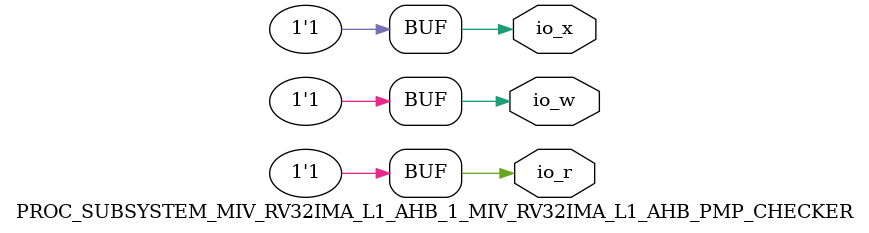
<source format=v>
`define RANDOMIZE
`timescale 1ns/10ps
module PROC_SUBSYSTEM_MIV_RV32IMA_L1_AHB_1_MIV_RV32IMA_L1_AHB_PMP_CHECKER(
  output  io_r,
  output  io_w,
  output  io_x
);
  assign io_r = 1'h1;
  assign io_w = 1'h1;
  assign io_x = 1'h1;
endmodule

</source>
